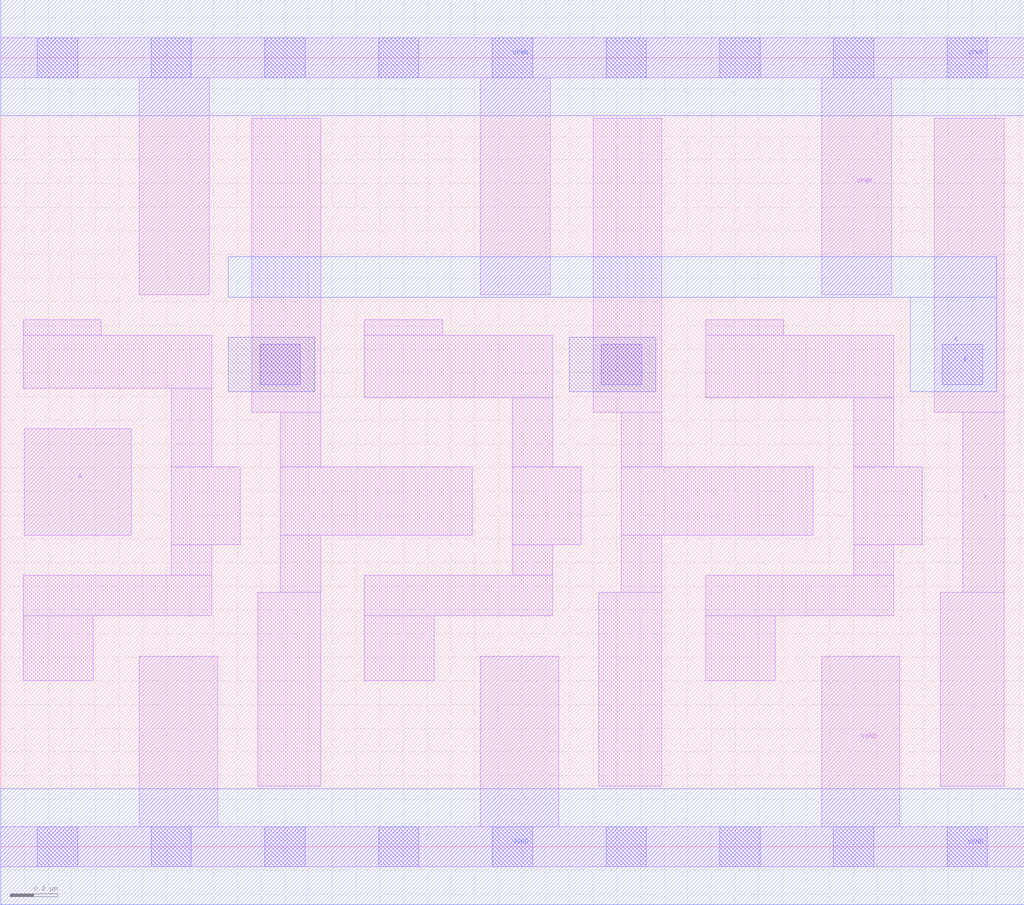
<source format=lef>
# Copyright 2020 The SkyWater PDK Authors
#
# Licensed under the Apache License, Version 2.0 (the "License");
# you may not use this file except in compliance with the License.
# You may obtain a copy of the License at
#
#     https://www.apache.org/licenses/LICENSE-2.0
#
# Unless required by applicable law or agreed to in writing, software
# distributed under the License is distributed on an "AS IS" BASIS,
# WITHOUT WARRANTIES OR CONDITIONS OF ANY KIND, either express or implied.
# See the License for the specific language governing permissions and
# limitations under the License.
#
# SPDX-License-Identifier: Apache-2.0

VERSION 5.7 ;
  NAMESCASESENSITIVE ON ;
  NOWIREEXTENSIONATPIN ON ;
  DIVIDERCHAR "/" ;
  BUSBITCHARS "[]" ;
UNITS
  DATABASE MICRONS 200 ;
END UNITS
MACRO sky130_fd_sc_lp__dlymetal6s6s_1
  CLASS CORE ;
  SOURCE USER ;
  FOREIGN sky130_fd_sc_lp__dlymetal6s6s_1 ;
  ORIGIN  0.000000  0.000000 ;
  SIZE  4.320000 BY  3.330000 ;
  SYMMETRY X Y R90 ;
  SITE unit ;
  PIN A
    ANTENNAGATEAREA  0.126000 ;
    DIRECTION INPUT ;
    USE SIGNAL ;
    PORT
      LAYER li1 ;
        RECT 0.100000 1.315000 0.550000 1.765000 ;
    END
  END A
  PIN X
    ANTENNADIFFAREA  0.556500 ;
    DIRECTION OUTPUT ;
    USE SIGNAL ;
    PORT
      LAYER li1 ;
        RECT 3.940000 1.835000 4.235000 3.075000 ;
        RECT 3.965000 0.255000 4.235000 1.075000 ;
        RECT 4.060000 1.075000 4.235000 1.835000 ;
      LAYER mcon ;
        RECT 3.975000 1.950000 4.145000 2.120000 ;
      LAYER met1 ;
        RECT 0.960000 2.320000 4.205000 2.490000 ;
        RECT 3.840000 1.920000 4.205000 2.320000 ;
    END
  END X
  PIN VGND
    DIRECTION INOUT ;
    USE GROUND ;
    PORT
      LAYER li1 ;
        RECT 0.000000 -0.085000 4.320000 0.085000 ;
        RECT 0.585000  0.085000 0.915000 0.805000 ;
        RECT 2.025000  0.085000 2.355000 0.805000 ;
        RECT 3.465000  0.085000 3.795000 0.805000 ;
      LAYER mcon ;
        RECT 0.155000 -0.085000 0.325000 0.085000 ;
        RECT 0.635000 -0.085000 0.805000 0.085000 ;
        RECT 1.115000 -0.085000 1.285000 0.085000 ;
        RECT 1.595000 -0.085000 1.765000 0.085000 ;
        RECT 2.075000 -0.085000 2.245000 0.085000 ;
        RECT 2.555000 -0.085000 2.725000 0.085000 ;
        RECT 3.035000 -0.085000 3.205000 0.085000 ;
        RECT 3.515000 -0.085000 3.685000 0.085000 ;
        RECT 3.995000 -0.085000 4.165000 0.085000 ;
      LAYER met1 ;
        RECT 0.000000 -0.245000 4.320000 0.245000 ;
    END
  END VGND
  PIN VPWR
    DIRECTION INOUT ;
    USE POWER ;
    PORT
      LAYER li1 ;
        RECT 0.000000 3.245000 4.320000 3.415000 ;
        RECT 0.585000 2.330000 0.880000 3.245000 ;
        RECT 2.025000 2.330000 2.320000 3.245000 ;
        RECT 3.465000 2.330000 3.760000 3.245000 ;
      LAYER mcon ;
        RECT 0.155000 3.245000 0.325000 3.415000 ;
        RECT 0.635000 3.245000 0.805000 3.415000 ;
        RECT 1.115000 3.245000 1.285000 3.415000 ;
        RECT 1.595000 3.245000 1.765000 3.415000 ;
        RECT 2.075000 3.245000 2.245000 3.415000 ;
        RECT 2.555000 3.245000 2.725000 3.415000 ;
        RECT 3.035000 3.245000 3.205000 3.415000 ;
        RECT 3.515000 3.245000 3.685000 3.415000 ;
        RECT 3.995000 3.245000 4.165000 3.415000 ;
      LAYER met1 ;
        RECT 0.000000 3.085000 4.320000 3.575000 ;
    END
  END VPWR
  OBS
    LAYER li1 ;
      RECT 0.095000 0.700000 0.390000 0.975000 ;
      RECT 0.095000 0.975000 0.890000 1.145000 ;
      RECT 0.095000 1.935000 0.890000 2.160000 ;
      RECT 0.095000 2.160000 0.425000 2.225000 ;
      RECT 0.720000 1.145000 0.890000 1.275000 ;
      RECT 0.720000 1.275000 1.010000 1.605000 ;
      RECT 0.720000 1.605000 0.890000 1.935000 ;
      RECT 1.060000 1.835000 1.350000 3.075000 ;
      RECT 1.085000 0.255000 1.350000 1.075000 ;
      RECT 1.180000 1.075000 1.350000 1.315000 ;
      RECT 1.180000 1.315000 1.990000 1.605000 ;
      RECT 1.180000 1.605000 1.350000 1.835000 ;
      RECT 1.535000 0.700000 1.830000 0.975000 ;
      RECT 1.535000 0.975000 2.330000 1.145000 ;
      RECT 1.535000 1.895000 2.330000 2.160000 ;
      RECT 1.535000 2.160000 1.865000 2.225000 ;
      RECT 2.160000 1.145000 2.330000 1.275000 ;
      RECT 2.160000 1.275000 2.450000 1.605000 ;
      RECT 2.160000 1.605000 2.330000 1.895000 ;
      RECT 2.500000 1.835000 2.790000 3.075000 ;
      RECT 2.525000 0.255000 2.790000 1.075000 ;
      RECT 2.620000 1.075000 2.790000 1.315000 ;
      RECT 2.620000 1.315000 3.430000 1.605000 ;
      RECT 2.620000 1.605000 2.790000 1.835000 ;
      RECT 2.975000 0.700000 3.270000 0.975000 ;
      RECT 2.975000 0.975000 3.770000 1.145000 ;
      RECT 2.975000 1.895000 3.770000 2.160000 ;
      RECT 2.975000 2.160000 3.305000 2.225000 ;
      RECT 3.600000 1.145000 3.770000 1.275000 ;
      RECT 3.600000 1.275000 3.890000 1.605000 ;
      RECT 3.600000 1.605000 3.770000 1.895000 ;
    LAYER mcon ;
      RECT 1.095000 1.950000 1.265000 2.120000 ;
      RECT 2.535000 1.950000 2.705000 2.120000 ;
    LAYER met1 ;
      RECT 0.960000 1.920000 1.325000 2.150000 ;
      RECT 2.400000 1.920000 2.765000 2.150000 ;
  END
END sky130_fd_sc_lp__dlymetal6s6s_1

</source>
